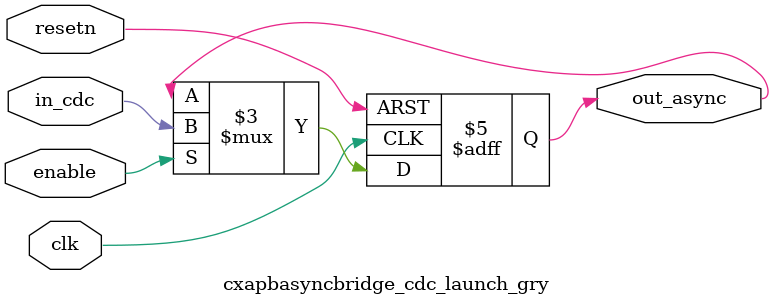
<source format=v>


module cxapbasyncbridge_cdc_launch_gry (
  clk, 
  resetn, 
  enable,
  in_cdc,
  out_async
  );

  parameter WIDTH = 1;
  
  // ------------------------------------------------------
  // port declaration
  // ------------------------------------------------------
  input               clk; 
  input               resetn; 
  input               enable;
  input  [WIDTH-1:0]  in_cdc;
  output [WIDTH-1:0]  out_async;

  // -------------------------------------------
  // reg/wire declarations
  // ------------------------------------------------------

  reg   [WIDTH-1:0]  out_async;

  always@(posedge clk or negedge resetn)
     begin : p_cdc_launch_seq
        if(!resetn)
           out_async <= {WIDTH{1'b0}};
        else if (enable)
           out_async <= in_cdc;
     end

`ifdef ARM_ASSERT_ON

  //----------------------------------------------------------------------------
  // OVL_ASSERT: Check that the value is correctly gray encoded
  //----------------------------------------------------------------------------
  //----------------------------------------------------------------------------
  // OVL_ASSERT_RTL
  ovl_code_distance
    #(0, 1, 1, WIDTH, 0, "Clock domain crossing signal is not correctly gray encoded")
      ovl_gray_enc_check
        (.clock        (clk),
         .reset      (resetn),
         .enable     (1'b1),
         .test_expr1 (in_cdc),
         .test_expr2 (out_async),
         .fire       ());
  // OVL_ASSERT_END

`endif
  
endmodule

</source>
